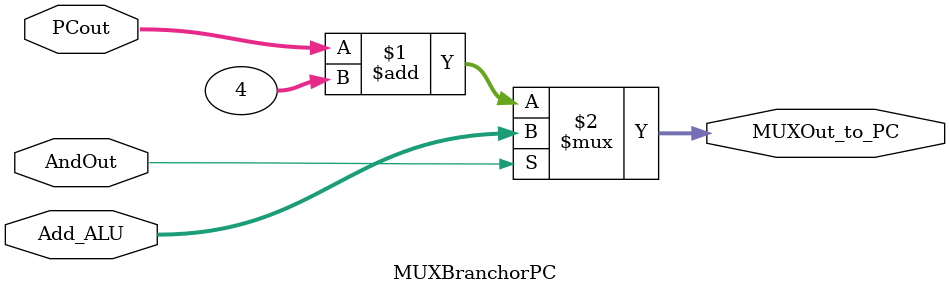
<source format=v>
`timescale 1ns / 1ps
module MUXBranchorPC(PCout,Add_ALU,AndOut,MUXOut_to_PC);
input [31:0] PCout;
input [31:0] Add_ALU;
input AndOut;
output [31:0] MUXOut_to_PC;
assign MUXOut_to_PC = AndOut?Add_ALU:PCout+4;
//        case(AndOut)
//            1'b0 : MUXOut_to_PC <= PCout +4;
//            1'b1 : MUXOut_to_PC <= Add_ALU;
//        endcase
//    end
endmodule

</source>
